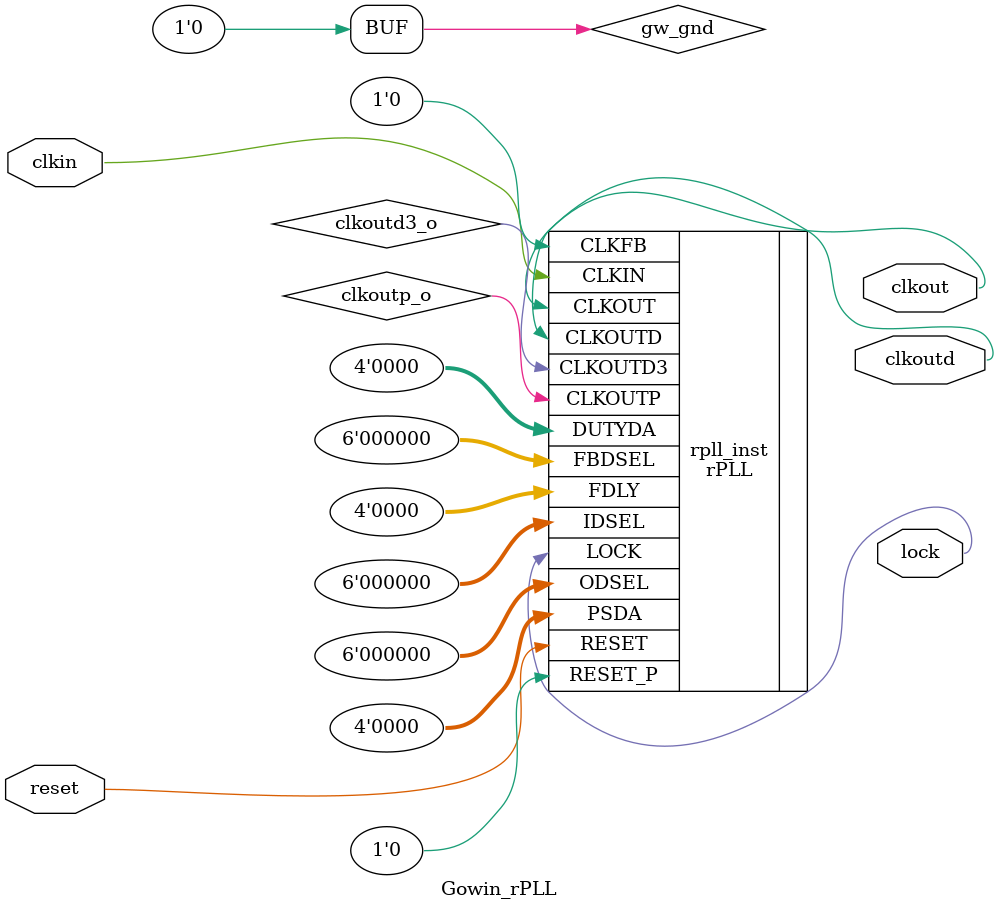
<source format=v>

module Gowin_rPLL (clkout, lock, clkoutd, reset, clkin);

output clkout;
output lock;
output clkoutd;
input reset;
input clkin;

wire clkoutp_o;
wire clkoutd3_o;
wire gw_gnd;

assign gw_gnd = 1'b0;

rPLL rpll_inst (
    .CLKOUT(clkout),
    .LOCK(lock),
    .CLKOUTP(clkoutp_o),
    .CLKOUTD(clkoutd),
    .CLKOUTD3(clkoutd3_o),
    .RESET(reset),
    .RESET_P(gw_gnd),
    .CLKIN(clkin),
    .CLKFB(gw_gnd),
    .FBDSEL({gw_gnd,gw_gnd,gw_gnd,gw_gnd,gw_gnd,gw_gnd}),
    .IDSEL({gw_gnd,gw_gnd,gw_gnd,gw_gnd,gw_gnd,gw_gnd}),
    .ODSEL({gw_gnd,gw_gnd,gw_gnd,gw_gnd,gw_gnd,gw_gnd}),
    .PSDA({gw_gnd,gw_gnd,gw_gnd,gw_gnd}),
    .DUTYDA({gw_gnd,gw_gnd,gw_gnd,gw_gnd}),
    .FDLY({gw_gnd,gw_gnd,gw_gnd,gw_gnd})
);

defparam rpll_inst.FCLKIN = "24";
defparam rpll_inst.DYN_IDIV_SEL = "false";
defparam rpll_inst.IDIV_SEL = 5;
defparam rpll_inst.DYN_FBDIV_SEL = "false";
defparam rpll_inst.FBDIV_SEL = 24;
defparam rpll_inst.DYN_ODIV_SEL = "false";
defparam rpll_inst.ODIV_SEL = 8;
defparam rpll_inst.PSDA_SEL = "0000";
defparam rpll_inst.DYN_DA_EN = "false";
defparam rpll_inst.DUTYDA_SEL = "1000";
defparam rpll_inst.CLKOUT_FT_DIR = 1'b1;
defparam rpll_inst.CLKOUTP_FT_DIR = 1'b1;
defparam rpll_inst.CLKOUT_DLY_STEP = 0;
defparam rpll_inst.CLKOUTP_DLY_STEP = 0;
defparam rpll_inst.CLKFB_SEL = "internal";
defparam rpll_inst.CLKOUT_BYPASS = "false";
defparam rpll_inst.CLKOUTP_BYPASS = "false";
defparam rpll_inst.CLKOUTD_BYPASS = "false";
defparam rpll_inst.DYN_SDIV_SEL = 10;
defparam rpll_inst.CLKOUTD_SRC = "CLKOUT";
defparam rpll_inst.CLKOUTD3_SRC = "CLKOUT";
defparam rpll_inst.DEVICE = "GW1N-1";

endmodule //Gowin_rPLL

</source>
